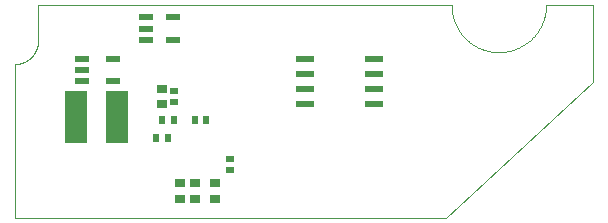
<source format=gbp>
G04 EAGLE Gerber RS-274X export*
G75*
%MOMM*%
%FSLAX35Y35*%
%LPD*%
%INsolder_paste_bottom*%
%IPPOS*%
%AMOC8*
5,1,8,0,0,1.08239X$1,22.5*%
G01*
%ADD10C,0.010000*%
%ADD11R,1.550000X0.600000*%
%ADD12R,1.220000X0.620000*%
%ADD13R,0.900000X0.700000*%
%ADD14R,0.600000X0.700000*%
%ADD15R,0.700000X0.600000*%
%ADD16R,1.900000X4.500000*%
%ADD17R,1.200000X0.600000*%


D10*
X0Y0D02*
X3650000Y0D01*
X4900000Y1150000D02*
X4900000Y1800000D01*
X4500000Y1800000D01*
X3700000Y1800000D02*
X200000Y1800000D01*
X0Y1300000D02*
X0Y0D01*
X3650000Y0D02*
X4900000Y1150000D01*
X4500000Y1800000D02*
X4499881Y1790260D01*
X4499526Y1780525D01*
X4498933Y1770802D01*
X4498104Y1761096D01*
X4497038Y1751413D01*
X4495737Y1741760D01*
X4494202Y1732140D01*
X4492432Y1722561D01*
X4490430Y1713028D01*
X4488197Y1703546D01*
X4485733Y1694122D01*
X4483040Y1684760D01*
X4480120Y1675467D01*
X4476975Y1666248D01*
X4473606Y1657108D01*
X4470016Y1648052D01*
X4466206Y1639087D01*
X4462179Y1630217D01*
X4457938Y1621448D01*
X4453483Y1612785D01*
X4448820Y1604233D01*
X4443949Y1595797D01*
X4438875Y1587482D01*
X4433599Y1579293D01*
X4428126Y1571235D01*
X4422458Y1563313D01*
X4416599Y1555531D01*
X4410552Y1547894D01*
X4404320Y1540406D01*
X4397909Y1533072D01*
X4391321Y1525897D01*
X4384560Y1518885D01*
X4377630Y1512039D01*
X4370535Y1505363D01*
X4363280Y1498863D01*
X4355869Y1492541D01*
X4348306Y1486402D01*
X4340596Y1480448D01*
X4332744Y1474684D01*
X4324753Y1469113D01*
X4316629Y1463738D01*
X4308376Y1458563D01*
X4300000Y1453590D01*
X4291505Y1448822D01*
X4282897Y1444263D01*
X4274180Y1439915D01*
X4265360Y1435780D01*
X4256442Y1431862D01*
X4247431Y1428161D01*
X4238333Y1424681D01*
X4229152Y1421424D01*
X4219895Y1418391D01*
X4210567Y1415585D01*
X4201173Y1413007D01*
X4191720Y1410658D01*
X4182212Y1408540D01*
X4172655Y1406654D01*
X4163055Y1405001D01*
X4153417Y1403583D01*
X4143748Y1402400D01*
X4134054Y1401452D01*
X4124338Y1400741D01*
X4114609Y1400267D01*
X4104871Y1400030D01*
X4095129Y1400030D01*
X4085391Y1400267D01*
X4075662Y1400741D01*
X4065946Y1401452D01*
X4056252Y1402400D01*
X4046583Y1403583D01*
X4036945Y1405001D01*
X4027345Y1406654D01*
X4017788Y1408540D01*
X4008280Y1410658D01*
X3998827Y1413007D01*
X3989433Y1415585D01*
X3980105Y1418391D01*
X3970848Y1421424D01*
X3961667Y1424681D01*
X3952569Y1428161D01*
X3943558Y1431862D01*
X3934640Y1435780D01*
X3925820Y1439915D01*
X3917103Y1444263D01*
X3908495Y1448822D01*
X3900000Y1453590D01*
X3891624Y1458563D01*
X3883371Y1463738D01*
X3875247Y1469113D01*
X3867256Y1474684D01*
X3859404Y1480448D01*
X3851694Y1486402D01*
X3844131Y1492541D01*
X3836720Y1498863D01*
X3829465Y1505363D01*
X3822370Y1512039D01*
X3815440Y1518885D01*
X3808679Y1525897D01*
X3802091Y1533072D01*
X3795680Y1540406D01*
X3789448Y1547894D01*
X3783401Y1555531D01*
X3777542Y1563313D01*
X3771874Y1571235D01*
X3766401Y1579293D01*
X3761125Y1587482D01*
X3756051Y1595797D01*
X3751180Y1604233D01*
X3746517Y1612785D01*
X3742062Y1621448D01*
X3737821Y1630217D01*
X3733794Y1639087D01*
X3729984Y1648052D01*
X3726394Y1657108D01*
X3723025Y1666248D01*
X3719880Y1675467D01*
X3716960Y1684760D01*
X3714267Y1694122D01*
X3711803Y1703546D01*
X3709570Y1713028D01*
X3707568Y1722561D01*
X3705798Y1732140D01*
X3704263Y1741760D01*
X3702962Y1751413D01*
X3701896Y1761096D01*
X3701067Y1770802D01*
X3700474Y1780525D01*
X3700119Y1790260D01*
X3700000Y1800000D01*
X200000Y1800000D02*
X200000Y1500000D01*
X199942Y1495167D01*
X199766Y1490337D01*
X199475Y1485513D01*
X199066Y1480697D01*
X198542Y1475893D01*
X197901Y1471102D01*
X197145Y1466329D01*
X196274Y1461575D01*
X195288Y1456843D01*
X194188Y1452137D01*
X192975Y1447459D01*
X191649Y1442811D01*
X190211Y1438197D01*
X188662Y1433618D01*
X187003Y1429079D01*
X185235Y1424581D01*
X183358Y1420127D01*
X181375Y1415720D01*
X179285Y1411362D01*
X177091Y1407055D01*
X174794Y1402803D01*
X172394Y1398608D01*
X169894Y1394472D01*
X167294Y1390397D01*
X164597Y1386387D01*
X161803Y1382443D01*
X158916Y1378567D01*
X155935Y1374763D01*
X152863Y1371032D01*
X149702Y1367375D01*
X146454Y1363797D01*
X143120Y1360298D01*
X139702Y1356880D01*
X136203Y1353546D01*
X132625Y1350298D01*
X128968Y1347137D01*
X125237Y1344065D01*
X121433Y1341084D01*
X117557Y1338197D01*
X113613Y1335403D01*
X109603Y1332706D01*
X105528Y1330106D01*
X101392Y1327606D01*
X97197Y1325206D01*
X92945Y1322909D01*
X88638Y1320715D01*
X84280Y1318625D01*
X79873Y1316642D01*
X75419Y1314765D01*
X70921Y1312997D01*
X66382Y1311338D01*
X61803Y1309789D01*
X57189Y1308351D01*
X52541Y1307025D01*
X47863Y1305812D01*
X43157Y1304712D01*
X38425Y1303726D01*
X33671Y1302855D01*
X28898Y1302099D01*
X24107Y1301458D01*
X19303Y1300934D01*
X14487Y1300525D01*
X9663Y1300234D01*
X4833Y1300058D01*
X0Y1300000D01*
D11*
X3041000Y1340500D03*
X3041000Y1213500D03*
X3041000Y1086500D03*
X3041000Y959500D03*
X2459000Y959500D03*
X2459000Y1086500D03*
X2459000Y1213500D03*
X2459000Y1340500D03*
D12*
X567000Y1154000D03*
X567000Y1249000D03*
X567000Y1344000D03*
X833000Y1346000D03*
X833000Y1156000D03*
D13*
X1700000Y160000D03*
X1700000Y290000D03*
X1525000Y290000D03*
X1525000Y160000D03*
X1400000Y290000D03*
X1400000Y160000D03*
D14*
X1200000Y675000D03*
X1300000Y675000D03*
D15*
X1825000Y400000D03*
X1825000Y500000D03*
D14*
X1625000Y825000D03*
X1525000Y825000D03*
D13*
X1250000Y1090000D03*
X1250000Y960000D03*
D15*
X1350000Y1075000D03*
X1350000Y975000D03*
D14*
X1250000Y825000D03*
X1350000Y825000D03*
D16*
X870000Y850000D03*
X520000Y850000D03*
D17*
X1110000Y1600000D03*
X1110000Y1505000D03*
X1110000Y1695000D03*
X1340000Y1695000D03*
X1340000Y1505000D03*
M02*

</source>
